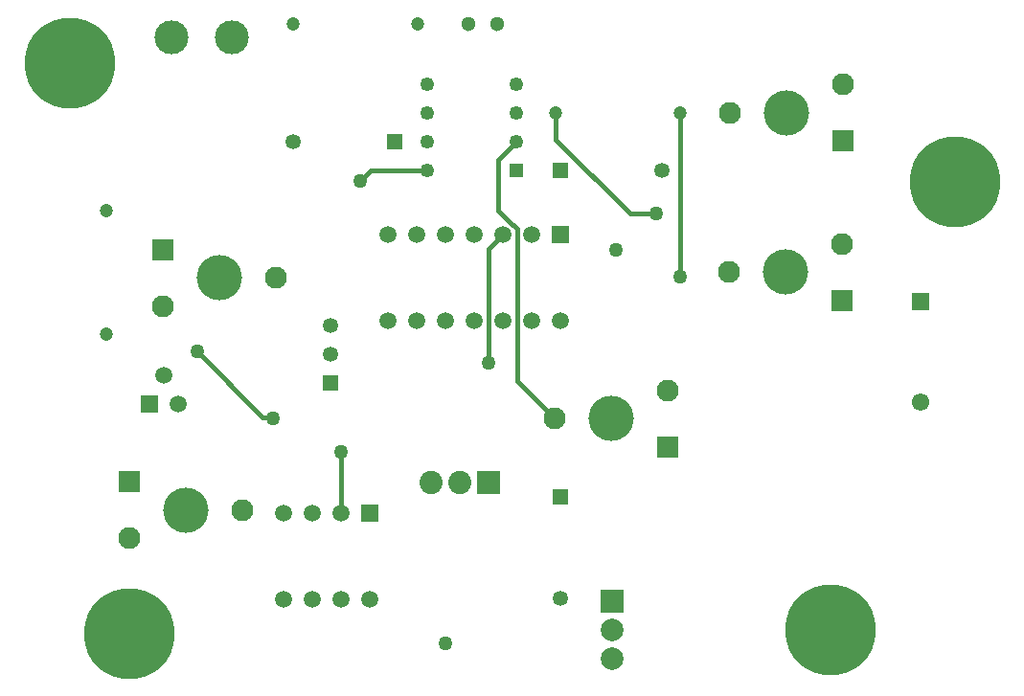
<source format=gbr>
%TF.GenerationSoftware,Altium Limited,Altium Designer,25.1.2 (22)*%
G04 Layer_Physical_Order=4*
G04 Layer_Color=16711680*
%FSLAX25Y25*%
%MOIN*%
%TF.SameCoordinates,C6B27E67-7A8A-4C38-9DB9-D7D7B609FA95*%
%TF.FilePolarity,Positive*%
%TF.FileFunction,Copper,L4,Bot,Signal*%
%TF.Part,Single*%
G01*
G75*
%TA.AperFunction,Conductor*%
%ADD14C,0.01500*%
%TA.AperFunction,ComponentPad*%
%ADD16C,0.11811*%
%ADD17C,0.05118*%
%ADD18C,0.04724*%
%ADD19R,0.04921X0.04921*%
%ADD20C,0.04921*%
%ADD21R,0.05906X0.05906*%
%ADD22C,0.05906*%
%ADD23R,0.08071X0.08071*%
%ADD24C,0.08071*%
%ADD25C,0.05315*%
%ADD26R,0.05315X0.05315*%
%ADD27R,0.07874X0.07874*%
%ADD28C,0.07874*%
%ADD29C,0.15748*%
%ADD30C,0.07677*%
%ADD31R,0.07677X0.07677*%
%ADD32C,0.05900*%
%ADD33R,0.05900X0.05900*%
%ADD34R,0.06102X0.06102*%
%ADD35C,0.06102*%
%ADD36R,0.05315X0.05315*%
%TA.AperFunction,ViaPad*%
%ADD37C,0.31496*%
%ADD38C,0.05000*%
D14*
X245199Y123510D02*
X258209Y110500D01*
X245199Y123510D02*
Y176490D01*
X238583Y200429D02*
X245153Y207000D01*
X238583Y182962D02*
X242239Y179305D01*
X238583Y182962D02*
Y200429D01*
X242239Y179305D02*
X242384D01*
X245199Y176490D01*
X133858Y133858D02*
X156803Y110914D01*
X159952D01*
X160236Y110630D01*
X284504Y181890D02*
X293701D01*
X258740Y207653D02*
X284504Y181890D01*
X302008Y159882D02*
Y216961D01*
X302047Y217000D01*
X301969Y159843D02*
X302008Y159882D01*
X194244Y197000D02*
X213894D01*
X190551Y193307D02*
X194244Y197000D01*
X183876Y77518D02*
X183894Y77500D01*
X183876Y77518D02*
Y98801D01*
X183858Y98819D02*
X183876Y98801D01*
X235394Y130000D02*
Y169500D01*
X240394Y174500D01*
X258740Y207653D02*
Y217000D01*
D16*
X125000Y243110D02*
D03*
X145866D02*
D03*
D17*
X238189Y248031D02*
D03*
X228189D02*
D03*
D18*
X167323D02*
D03*
X210630D02*
D03*
X102362Y183071D02*
D03*
Y139764D02*
D03*
X258740Y217000D02*
D03*
X302047D02*
D03*
D19*
X245153Y197000D02*
D03*
D20*
Y207000D02*
D03*
Y217000D02*
D03*
Y227000D02*
D03*
X213894D02*
D03*
Y217000D02*
D03*
Y207000D02*
D03*
Y197000D02*
D03*
D21*
X260394Y174500D02*
D03*
X193894Y77500D02*
D03*
D22*
X250394Y174500D02*
D03*
X240394D02*
D03*
X230394D02*
D03*
X220394D02*
D03*
X210394D02*
D03*
X200394D02*
D03*
X260394Y144500D02*
D03*
X250394D02*
D03*
X240394D02*
D03*
X230394D02*
D03*
X220394D02*
D03*
X210394D02*
D03*
X200394D02*
D03*
X163894Y47500D02*
D03*
X173894D02*
D03*
X183894D02*
D03*
X193894D02*
D03*
X163894Y77500D02*
D03*
X173894D02*
D03*
X183894D02*
D03*
D23*
X235394Y88126D02*
D03*
D24*
X225394D02*
D03*
X215394D02*
D03*
D25*
X260394Y47783D02*
D03*
X180394Y143000D02*
D03*
Y133000D02*
D03*
X295610Y197000D02*
D03*
X167177Y207000D02*
D03*
D26*
X260394Y83217D02*
D03*
X180394Y123000D02*
D03*
D27*
X278394Y47000D02*
D03*
D28*
Y37000D02*
D03*
Y27000D02*
D03*
D29*
X141732Y159449D02*
D03*
X129921Y78740D02*
D03*
X277894Y110500D02*
D03*
X338583Y161417D02*
D03*
X338894Y217000D02*
D03*
D30*
X122047Y149606D02*
D03*
X161417Y159449D02*
D03*
X110236Y68898D02*
D03*
X149606Y78740D02*
D03*
X258209Y110500D02*
D03*
X297579Y120343D02*
D03*
X358268Y171260D02*
D03*
X318898Y161417D02*
D03*
X358579Y226842D02*
D03*
X319209Y217000D02*
D03*
D31*
X122047Y169291D02*
D03*
X110236Y88583D02*
D03*
X297579Y100657D02*
D03*
X358268Y151575D02*
D03*
X358579Y207157D02*
D03*
D32*
X127394Y115500D02*
D03*
X122394Y125500D02*
D03*
D33*
X117394Y115500D02*
D03*
D34*
X385827Y151339D02*
D03*
D35*
Y116378D02*
D03*
D36*
X260177Y197000D02*
D03*
X202610Y207000D02*
D03*
D37*
X89567Y234252D02*
D03*
X354331Y37000D02*
D03*
X110236Y35433D02*
D03*
X397638Y192913D02*
D03*
D38*
X133858Y133858D02*
D03*
X293701Y181890D02*
D03*
X190551Y193307D02*
D03*
X183858Y98819D02*
D03*
X160236Y110630D02*
D03*
X301969Y159843D02*
D03*
X235394Y130000D02*
D03*
X279528Y169291D02*
D03*
X220472Y32283D02*
D03*
%TF.MD5,1fbd6ccfb62f0fb28a4b6887bc47359a*%
M02*

</source>
